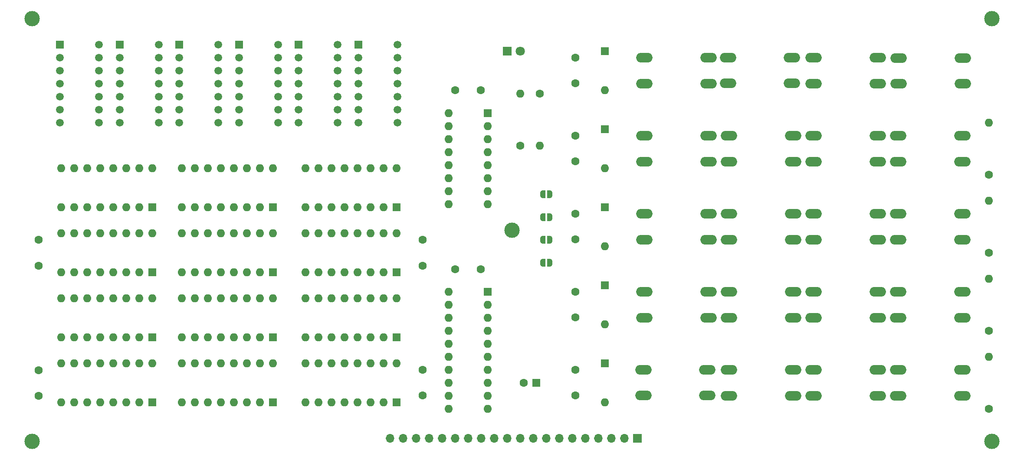
<source format=gbs>
G04 #@! TF.GenerationSoftware,KiCad,Pcbnew,8.0.9-8.0.9-0~ubuntu22.04.1*
G04 #@! TF.CreationDate,2025-05-11T08:50:37+10:00*
G04 #@! TF.ProjectId,Generic_Front_Panel,47656e65-7269-4635-9f46-726f6e745f50,rev?*
G04 #@! TF.SameCoordinates,Original*
G04 #@! TF.FileFunction,Soldermask,Bot*
G04 #@! TF.FilePolarity,Negative*
%FSLAX46Y46*%
G04 Gerber Fmt 4.6, Leading zero omitted, Abs format (unit mm)*
G04 Created by KiCad (PCBNEW 8.0.9-8.0.9-0~ubuntu22.04.1) date 2025-05-11 08:50:37*
%MOMM*%
%LPD*%
G01*
G04 APERTURE LIST*
G04 Aperture macros list*
%AMFreePoly0*
4,1,19,0.500000,-0.750000,0.000000,-0.750000,0.000000,-0.744911,-0.071157,-0.744911,-0.207708,-0.704816,-0.327430,-0.627875,-0.420627,-0.520320,-0.479746,-0.390866,-0.500000,-0.250000,-0.500000,0.250000,-0.479746,0.390866,-0.420627,0.520320,-0.327430,0.627875,-0.207708,0.704816,-0.071157,0.744911,0.000000,0.744911,0.000000,0.750000,0.500000,0.750000,0.500000,-0.750000,0.500000,-0.750000,
$1*%
%AMFreePoly1*
4,1,19,0.000000,0.744911,0.071157,0.744911,0.207708,0.704816,0.327430,0.627875,0.420627,0.520320,0.479746,0.390866,0.500000,0.250000,0.500000,-0.250000,0.479746,-0.390866,0.420627,-0.520320,0.327430,-0.627875,0.207708,-0.704816,0.071157,-0.744911,0.000000,-0.744911,0.000000,-0.750000,-0.500000,-0.750000,-0.500000,0.750000,0.000000,0.750000,0.000000,0.744911,0.000000,0.744911,
$1*%
G04 Aperture macros list end*
%ADD10O,3.200000X1.900000*%
%ADD11R,1.500000X1.500000*%
%ADD12C,1.500000*%
%ADD13C,3.000000*%
%ADD14R,1.800000X1.800000*%
%ADD15C,1.800000*%
%ADD16FreePoly0,180.000000*%
%ADD17FreePoly1,180.000000*%
%ADD18R,1.600000X1.600000*%
%ADD19O,1.600000X1.600000*%
%ADD20C,1.600000*%
%ADD21R,1.700000X1.700000*%
%ADD22O,1.700000X1.700000*%
G04 APERTURE END LIST*
D10*
G04 #@! TO.C,SW4*
X171550000Y-83860000D03*
X184050000Y-83860000D03*
X171550000Y-88860000D03*
X184050000Y-88860000D03*
G04 #@! TD*
G04 #@! TO.C,SW19*
X221080000Y-83860000D03*
X233580000Y-83860000D03*
X221080000Y-88860000D03*
X233580000Y-88860000D03*
G04 #@! TD*
D11*
G04 #@! TO.C,U11*
X104077500Y-50800000D03*
D12*
X104077500Y-53340000D03*
X104077500Y-55880000D03*
X104077500Y-58420000D03*
X104077500Y-60960000D03*
X104077500Y-63500000D03*
X104077500Y-66040000D03*
X111697500Y-66040000D03*
X111697500Y-63500000D03*
X111697500Y-60960000D03*
X111697500Y-58420000D03*
X111697500Y-55880000D03*
X111697500Y-53340000D03*
X111697500Y-50800000D03*
G04 #@! TD*
D10*
G04 #@! TO.C,SW18*
X221080000Y-99100000D03*
X233580000Y-99100000D03*
X221080000Y-104100000D03*
X233580000Y-104100000D03*
G04 #@! TD*
G04 #@! TO.C,SW15*
X204570000Y-68620000D03*
X217070000Y-68620000D03*
X204570000Y-73620000D03*
X217070000Y-73620000D03*
G04 #@! TD*
G04 #@! TO.C,SW14*
X204570000Y-83860000D03*
X217070000Y-83860000D03*
X204570000Y-88860000D03*
X217070000Y-88860000D03*
G04 #@! TD*
G04 #@! TO.C,SW8*
X188060000Y-99100000D03*
X200560000Y-99100000D03*
X188060000Y-104100000D03*
X200560000Y-104100000D03*
G04 #@! TD*
D13*
G04 #@! TO.C,H5*
X145732500Y-86995000D03*
G04 #@! TD*
D11*
G04 #@! TO.C,U10*
X92442500Y-50800000D03*
D12*
X92442500Y-53340000D03*
X92442500Y-55880000D03*
X92442500Y-58420000D03*
X92442500Y-60960000D03*
X92442500Y-63500000D03*
X92442500Y-66040000D03*
X100062500Y-66040000D03*
X100062500Y-63500000D03*
X100062500Y-60960000D03*
X100062500Y-58420000D03*
X100062500Y-55880000D03*
X100062500Y-53340000D03*
X100062500Y-50800000D03*
G04 #@! TD*
D10*
G04 #@! TO.C,SW13*
X204570000Y-99100000D03*
X217070000Y-99100000D03*
X204570000Y-104100000D03*
X217070000Y-104100000D03*
G04 #@! TD*
D14*
G04 #@! TO.C,D1*
X144775000Y-52070000D03*
D15*
X147315000Y-52070000D03*
G04 #@! TD*
D10*
G04 #@! TO.C,SW11*
X187860000Y-53300000D03*
X200360000Y-53300000D03*
X187860000Y-58300000D03*
X200360000Y-58300000D03*
G04 #@! TD*
G04 #@! TO.C,SW17*
X221080000Y-114340000D03*
X233580000Y-114340000D03*
X221080000Y-119340000D03*
X233580000Y-119340000D03*
G04 #@! TD*
G04 #@! TO.C,SW2*
X171350000Y-114260000D03*
X183850000Y-114260000D03*
X171350000Y-119260000D03*
X183850000Y-119260000D03*
G04 #@! TD*
G04 #@! TO.C,SW1*
X221180000Y-53420000D03*
X233680000Y-53420000D03*
X221180000Y-58420000D03*
X233680000Y-58420000D03*
G04 #@! TD*
D11*
G04 #@! TO.C,U5*
X69172500Y-50800000D03*
D12*
X69172500Y-53340000D03*
X69172500Y-55880000D03*
X69172500Y-58420000D03*
X69172500Y-60960000D03*
X69172500Y-63500000D03*
X69172500Y-66040000D03*
X76792500Y-66040000D03*
X76792500Y-63500000D03*
X76792500Y-60960000D03*
X76792500Y-58420000D03*
X76792500Y-55880000D03*
X76792500Y-53340000D03*
X76792500Y-50800000D03*
G04 #@! TD*
D10*
G04 #@! TO.C,SW7*
X188060000Y-114340000D03*
X200560000Y-114340000D03*
X188060000Y-119340000D03*
X200560000Y-119340000D03*
G04 #@! TD*
G04 #@! TO.C,SW6*
X171550000Y-53380000D03*
X184050000Y-53380000D03*
X171550000Y-58380000D03*
X184050000Y-58380000D03*
G04 #@! TD*
D13*
G04 #@! TO.C,H3*
X239395000Y-128270000D03*
G04 #@! TD*
D10*
G04 #@! TO.C,SW10*
X188060000Y-68620000D03*
X200560000Y-68620000D03*
X188060000Y-73620000D03*
X200560000Y-73620000D03*
G04 #@! TD*
D13*
G04 #@! TO.C,H2*
X239395000Y-45720000D03*
G04 #@! TD*
D10*
G04 #@! TO.C,SW9*
X188060000Y-83860000D03*
X200560000Y-83860000D03*
X188060000Y-88860000D03*
X200560000Y-88860000D03*
G04 #@! TD*
D13*
G04 #@! TO.C,H1*
X52070000Y-45720000D03*
G04 #@! TD*
D11*
G04 #@! TO.C,U12*
X115712500Y-50800000D03*
D12*
X115712500Y-53340000D03*
X115712500Y-55880000D03*
X115712500Y-58420000D03*
X115712500Y-60960000D03*
X115712500Y-63500000D03*
X115712500Y-66040000D03*
X123332500Y-66040000D03*
X123332500Y-63500000D03*
X123332500Y-60960000D03*
X123332500Y-58420000D03*
X123332500Y-55880000D03*
X123332500Y-53340000D03*
X123332500Y-50800000D03*
G04 #@! TD*
D10*
G04 #@! TO.C,SW5*
X171550000Y-68620000D03*
X184050000Y-68620000D03*
X171550000Y-73620000D03*
X184050000Y-73620000D03*
G04 #@! TD*
G04 #@! TO.C,SW16*
X204570000Y-53380000D03*
X217070000Y-53380000D03*
X204570000Y-58380000D03*
X217070000Y-58380000D03*
G04 #@! TD*
D11*
G04 #@! TO.C,U4*
X57537500Y-50800000D03*
D12*
X57537500Y-53340000D03*
X57537500Y-55880000D03*
X57537500Y-58420000D03*
X57537500Y-60960000D03*
X57537500Y-63500000D03*
X57537500Y-66040000D03*
X65157500Y-66040000D03*
X65157500Y-63500000D03*
X65157500Y-60960000D03*
X65157500Y-58420000D03*
X65157500Y-55880000D03*
X65157500Y-53340000D03*
X65157500Y-50800000D03*
G04 #@! TD*
D10*
G04 #@! TO.C,SW3*
X171550000Y-99100000D03*
X184050000Y-99100000D03*
X171550000Y-104100000D03*
X184050000Y-104100000D03*
G04 #@! TD*
G04 #@! TO.C,SW20*
X221080000Y-68620000D03*
X233580000Y-68620000D03*
X221080000Y-73620000D03*
X233580000Y-73620000D03*
G04 #@! TD*
D11*
G04 #@! TO.C,U6*
X80807500Y-50800000D03*
D12*
X80807500Y-53340000D03*
X80807500Y-55880000D03*
X80807500Y-58420000D03*
X80807500Y-60960000D03*
X80807500Y-63500000D03*
X80807500Y-66040000D03*
X88427500Y-66040000D03*
X88427500Y-63500000D03*
X88427500Y-60960000D03*
X88427500Y-58420000D03*
X88427500Y-55880000D03*
X88427500Y-53340000D03*
X88427500Y-50800000D03*
G04 #@! TD*
D10*
G04 #@! TO.C,SW12*
X204570000Y-114340000D03*
X217070000Y-114340000D03*
X204570000Y-119340000D03*
X217070000Y-119340000D03*
G04 #@! TD*
D13*
G04 #@! TO.C,H4*
X52070000Y-128270000D03*
G04 #@! TD*
D16*
G04 #@! TO.C,JP3*
X153065000Y-84455000D03*
D17*
X151765000Y-84455000D03*
G04 #@! TD*
D18*
G04 #@! TO.C,RN6*
X123175000Y-107950000D03*
D19*
X120635000Y-107950000D03*
X118095000Y-107950000D03*
X115555000Y-107950000D03*
X113015000Y-107950000D03*
X110475000Y-107950000D03*
X107935000Y-107950000D03*
X105395000Y-107950000D03*
X105395000Y-100330000D03*
X107935000Y-100330000D03*
X110475000Y-100330000D03*
X113015000Y-100330000D03*
X115555000Y-100330000D03*
X118095000Y-100330000D03*
X120635000Y-100330000D03*
X123175000Y-100330000D03*
G04 #@! TD*
D18*
G04 #@! TO.C,U2*
X75565000Y-120650000D03*
D19*
X73025000Y-120650000D03*
X70485000Y-120650000D03*
X67945000Y-120650000D03*
X65405000Y-120650000D03*
X62865000Y-120650000D03*
X60325000Y-120650000D03*
X57785000Y-120650000D03*
X57785000Y-113030000D03*
X60325000Y-113030000D03*
X62865000Y-113030000D03*
X65405000Y-113030000D03*
X67945000Y-113030000D03*
X70485000Y-113030000D03*
X73025000Y-113030000D03*
X75565000Y-113030000D03*
G04 #@! TD*
D20*
G04 #@! TO.C,C7*
X158115000Y-104060000D03*
X158115000Y-99060000D03*
G04 #@! TD*
D18*
G04 #@! TO.C,RN2*
X75565000Y-107950000D03*
D19*
X73025000Y-107950000D03*
X70485000Y-107950000D03*
X67945000Y-107950000D03*
X65405000Y-107950000D03*
X62865000Y-107950000D03*
X60325000Y-107950000D03*
X57785000Y-107950000D03*
X57785000Y-100330000D03*
X60325000Y-100330000D03*
X62865000Y-100330000D03*
X65405000Y-100330000D03*
X67945000Y-100330000D03*
X70485000Y-100330000D03*
X73025000Y-100330000D03*
X75565000Y-100330000D03*
G04 #@! TD*
D18*
G04 #@! TO.C,U9*
X123175000Y-120650000D03*
D19*
X120635000Y-120650000D03*
X118095000Y-120650000D03*
X115555000Y-120650000D03*
X113015000Y-120650000D03*
X110475000Y-120650000D03*
X107935000Y-120650000D03*
X105395000Y-120650000D03*
X105395000Y-113030000D03*
X107935000Y-113030000D03*
X110475000Y-113030000D03*
X113015000Y-113030000D03*
X115555000Y-113030000D03*
X118095000Y-113030000D03*
X120635000Y-113030000D03*
X123175000Y-113030000D03*
G04 #@! TD*
D20*
G04 #@! TO.C,C3*
X128270000Y-88940000D03*
X128270000Y-93940000D03*
G04 #@! TD*
D18*
G04 #@! TO.C,D6*
X163830000Y-52070000D03*
D19*
X163830000Y-59690000D03*
G04 #@! TD*
D16*
G04 #@! TO.C,JP1*
X153065000Y-93345000D03*
D17*
X151765000Y-93345000D03*
G04 #@! TD*
D21*
G04 #@! TO.C,J1*
X170180000Y-127635000D03*
D22*
X167640000Y-127635000D03*
X165100000Y-127635000D03*
X162560000Y-127635000D03*
X160020000Y-127635000D03*
X157480000Y-127635000D03*
X154940000Y-127635000D03*
X152400000Y-127635000D03*
X149860000Y-127635000D03*
X147320000Y-127635000D03*
X144780000Y-127635000D03*
X142240000Y-127635000D03*
X139700000Y-127635000D03*
X137160000Y-127635000D03*
X134620000Y-127635000D03*
X132080000Y-127635000D03*
X129540000Y-127635000D03*
X127000000Y-127635000D03*
X124460000Y-127635000D03*
X121920000Y-127635000D03*
G04 #@! TD*
D18*
G04 #@! TO.C,U8*
X123190000Y-95240000D03*
D19*
X120650000Y-95240000D03*
X118110000Y-95240000D03*
X115570000Y-95240000D03*
X113030000Y-95240000D03*
X110490000Y-95240000D03*
X107950000Y-95240000D03*
X105410000Y-95240000D03*
X105410000Y-87620000D03*
X107950000Y-87620000D03*
X110490000Y-87620000D03*
X113030000Y-87620000D03*
X115570000Y-87620000D03*
X118110000Y-87620000D03*
X120650000Y-87620000D03*
X123190000Y-87620000D03*
G04 #@! TD*
D18*
G04 #@! TO.C,RN1*
X75565000Y-82550000D03*
D19*
X73025000Y-82550000D03*
X70485000Y-82550000D03*
X67945000Y-82550000D03*
X65405000Y-82550000D03*
X62865000Y-82550000D03*
X60325000Y-82550000D03*
X57785000Y-82550000D03*
X57785000Y-74930000D03*
X60325000Y-74930000D03*
X62865000Y-74930000D03*
X65405000Y-74930000D03*
X67945000Y-74930000D03*
X70485000Y-74930000D03*
X73025000Y-74930000D03*
X75565000Y-74930000D03*
G04 #@! TD*
D20*
G04 #@! TO.C,C10*
X158115000Y-58340000D03*
X158115000Y-53340000D03*
G04 #@! TD*
D18*
G04 #@! TO.C,U7*
X99060000Y-120650000D03*
D19*
X96520000Y-120650000D03*
X93980000Y-120650000D03*
X91440000Y-120650000D03*
X88900000Y-120650000D03*
X86360000Y-120650000D03*
X83820000Y-120650000D03*
X81280000Y-120650000D03*
X81280000Y-113030000D03*
X83820000Y-113030000D03*
X86360000Y-113030000D03*
X88900000Y-113030000D03*
X91440000Y-113030000D03*
X93980000Y-113030000D03*
X96520000Y-113030000D03*
X99060000Y-113030000D03*
G04 #@! TD*
D18*
G04 #@! TO.C,U14*
X140970000Y-99060000D03*
D19*
X140970000Y-101600000D03*
X140970000Y-104140000D03*
X140970000Y-106680000D03*
X140970000Y-109220000D03*
X140970000Y-111760000D03*
X140970000Y-114300000D03*
X140970000Y-116840000D03*
X140970000Y-119380000D03*
X140970000Y-121920000D03*
X133350000Y-121920000D03*
X133350000Y-119380000D03*
X133350000Y-116840000D03*
X133350000Y-114300000D03*
X133350000Y-111760000D03*
X133350000Y-109220000D03*
X133350000Y-106680000D03*
X133350000Y-104140000D03*
X133350000Y-101600000D03*
X133350000Y-99060000D03*
G04 #@! TD*
D20*
G04 #@! TO.C,R4*
X238760000Y-106680000D03*
D19*
X238760000Y-96520000D03*
G04 #@! TD*
D20*
G04 #@! TO.C,C11*
X134620000Y-94615000D03*
X139620000Y-94615000D03*
G04 #@! TD*
D18*
G04 #@! TO.C,D2*
X163830000Y-113030000D03*
D19*
X163830000Y-120650000D03*
G04 #@! TD*
D18*
G04 #@! TO.C,D5*
X163830000Y-67310000D03*
D19*
X163830000Y-74930000D03*
G04 #@! TD*
D20*
G04 #@! TO.C,R6*
X151130000Y-60325000D03*
D19*
X151130000Y-70485000D03*
G04 #@! TD*
D20*
G04 #@! TO.C,C2*
X53340000Y-114380000D03*
X53340000Y-119380000D03*
G04 #@! TD*
D18*
G04 #@! TO.C,D4*
X163830000Y-82550000D03*
D19*
X163830000Y-90170000D03*
G04 #@! TD*
D20*
G04 #@! TO.C,C5*
X134660000Y-59690000D03*
X139660000Y-59690000D03*
G04 #@! TD*
D18*
G04 #@! TO.C,U1*
X75565000Y-95250000D03*
D19*
X73025000Y-95250000D03*
X70485000Y-95250000D03*
X67945000Y-95250000D03*
X65405000Y-95250000D03*
X62865000Y-95250000D03*
X60325000Y-95250000D03*
X57785000Y-95250000D03*
X57785000Y-87630000D03*
X60325000Y-87630000D03*
X62865000Y-87630000D03*
X65405000Y-87630000D03*
X67945000Y-87630000D03*
X70485000Y-87630000D03*
X73025000Y-87630000D03*
X75565000Y-87630000D03*
G04 #@! TD*
D18*
G04 #@! TO.C,RN3*
X99075000Y-82550000D03*
D19*
X96535000Y-82550000D03*
X93995000Y-82550000D03*
X91455000Y-82550000D03*
X88915000Y-82550000D03*
X86375000Y-82550000D03*
X83835000Y-82550000D03*
X81295000Y-82550000D03*
X81295000Y-74930000D03*
X83835000Y-74930000D03*
X86375000Y-74930000D03*
X88915000Y-74930000D03*
X91455000Y-74930000D03*
X93995000Y-74930000D03*
X96535000Y-74930000D03*
X99075000Y-74930000D03*
G04 #@! TD*
D20*
G04 #@! TO.C,C4*
X128270000Y-114300000D03*
X128270000Y-119300000D03*
G04 #@! TD*
G04 #@! TO.C,C6*
X158115000Y-119300000D03*
X158115000Y-114300000D03*
G04 #@! TD*
D18*
G04 #@! TO.C,C12*
X150495000Y-116840000D03*
D20*
X147995000Y-116840000D03*
G04 #@! TD*
D18*
G04 #@! TO.C,U13*
X140970000Y-64135000D03*
D19*
X140970000Y-66675000D03*
X140970000Y-69215000D03*
X140970000Y-71755000D03*
X140970000Y-74295000D03*
X140970000Y-76835000D03*
X140970000Y-79375000D03*
X140970000Y-81915000D03*
X133350000Y-81915000D03*
X133350000Y-79375000D03*
X133350000Y-76835000D03*
X133350000Y-74295000D03*
X133350000Y-71755000D03*
X133350000Y-69215000D03*
X133350000Y-66675000D03*
X133350000Y-64135000D03*
G04 #@! TD*
D20*
G04 #@! TO.C,C1*
X53340000Y-88940000D03*
X53340000Y-93940000D03*
G04 #@! TD*
D16*
G04 #@! TO.C,JP4*
X153065000Y-80010000D03*
D17*
X151765000Y-80010000D03*
G04 #@! TD*
D20*
G04 #@! TO.C,R5*
X238760000Y-121920000D03*
D19*
X238760000Y-111760000D03*
G04 #@! TD*
D20*
G04 #@! TO.C,C8*
X158115000Y-88820000D03*
X158115000Y-83820000D03*
G04 #@! TD*
G04 #@! TO.C,R3*
X238760000Y-91440000D03*
D19*
X238760000Y-81280000D03*
G04 #@! TD*
D18*
G04 #@! TO.C,U3*
X99060000Y-95250000D03*
D19*
X96520000Y-95250000D03*
X93980000Y-95250000D03*
X91440000Y-95250000D03*
X88900000Y-95250000D03*
X86360000Y-95250000D03*
X83820000Y-95250000D03*
X81280000Y-95250000D03*
X81280000Y-87630000D03*
X83820000Y-87630000D03*
X86360000Y-87630000D03*
X88900000Y-87630000D03*
X91440000Y-87630000D03*
X93980000Y-87630000D03*
X96520000Y-87630000D03*
X99060000Y-87630000D03*
G04 #@! TD*
D18*
G04 #@! TO.C,D3*
X163830000Y-97790000D03*
D19*
X163830000Y-105410000D03*
G04 #@! TD*
D18*
G04 #@! TO.C,RN4*
X99060000Y-107950000D03*
D19*
X96520000Y-107950000D03*
X93980000Y-107950000D03*
X91440000Y-107950000D03*
X88900000Y-107950000D03*
X86360000Y-107950000D03*
X83820000Y-107950000D03*
X81280000Y-107950000D03*
X81280000Y-100330000D03*
X83820000Y-100330000D03*
X86360000Y-100330000D03*
X88900000Y-100330000D03*
X91440000Y-100330000D03*
X93980000Y-100330000D03*
X96520000Y-100330000D03*
X99060000Y-100330000D03*
G04 #@! TD*
D16*
G04 #@! TO.C,JP2*
X153065000Y-88900000D03*
D17*
X151765000Y-88900000D03*
G04 #@! TD*
D20*
G04 #@! TO.C,C9*
X158115000Y-73580000D03*
X158115000Y-68580000D03*
G04 #@! TD*
G04 #@! TO.C,R1*
X147320000Y-70485000D03*
D19*
X147320000Y-60325000D03*
G04 #@! TD*
D18*
G04 #@! TO.C,RN5*
X123175000Y-82550000D03*
D19*
X120635000Y-82550000D03*
X118095000Y-82550000D03*
X115555000Y-82550000D03*
X113015000Y-82550000D03*
X110475000Y-82550000D03*
X107935000Y-82550000D03*
X105395000Y-82550000D03*
X105395000Y-74930000D03*
X107935000Y-74930000D03*
X110475000Y-74930000D03*
X113015000Y-74930000D03*
X115555000Y-74930000D03*
X118095000Y-74930000D03*
X120635000Y-74930000D03*
X123175000Y-74930000D03*
G04 #@! TD*
D20*
G04 #@! TO.C,R2*
X238760000Y-76200000D03*
D19*
X238760000Y-66040000D03*
G04 #@! TD*
M02*

</source>
